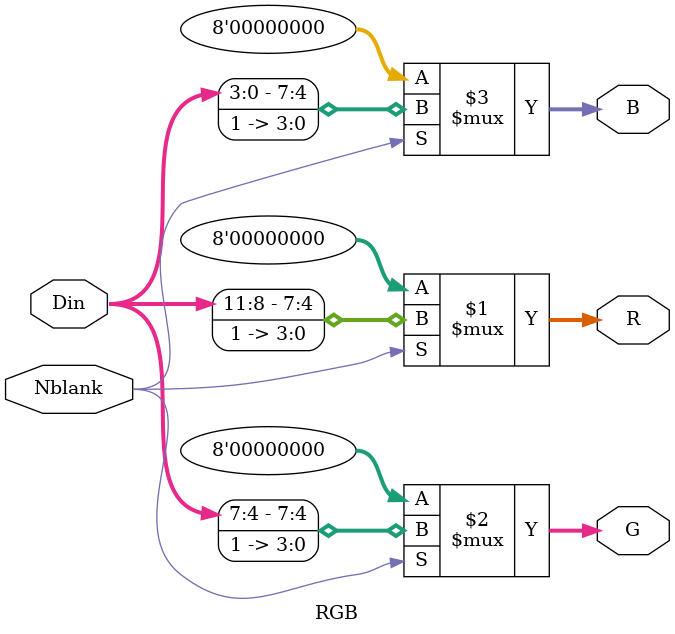
<source format=v>
module RGB(
  input wire [11:0] Din,     // 12비트 픽셀 데이터
  input wire Nblank,         // 화면 표시 영역 신호
  output wire [7:0] R,       // 적색 출력(8비트)
  output wire [7:0] G,       // 녹색 출력(8비트)
  output wire [7:0] B        // 청색 출력(8비트)
);

  // 각 채널별 데이터 추출 및 확장
  // 4비트 입력을 8비트로 확장 (상위 4비트를 복제)
  assign R = Nblank ? {Din[11:8], 4'b1111} : 8'h00;
  assign G = Nblank ? {Din[7:4], 4'b1111} : 8'h00;
  assign B = Nblank ? {Din[3:0], 4'b1111} : 8'h00;

endmodule
</source>
